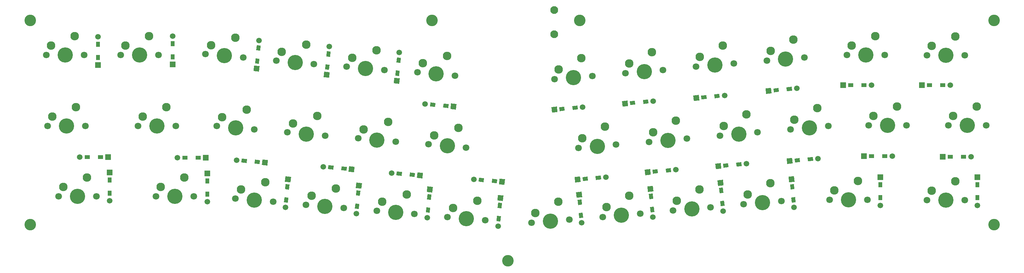
<source format=gbs>
%TF.GenerationSoftware,KiCad,Pcbnew,(5.1.6-0-10_14)*%
%TF.CreationDate,2020-08-12T22:04:00+09:00*%
%TF.ProjectId,cool836,636f6f6c-3833-4362-9e6b-696361645f70,rev?*%
%TF.SameCoordinates,Original*%
%TF.FileFunction,Soldermask,Bot*%
%TF.FilePolarity,Negative*%
%FSLAX46Y46*%
G04 Gerber Fmt 4.6, Leading zero omitted, Abs format (unit mm)*
G04 Created by KiCad (PCBNEW (5.1.6-0-10_14)) date 2020-08-12 22:04:00*
%MOMM*%
%LPD*%
G01*
G04 APERTURE LIST*
%ADD10C,3.100000*%
%ADD11C,1.800000*%
%ADD12C,4.100000*%
%ADD13C,2.300000*%
%ADD14C,1.497000*%
%ADD15R,1.497000X1.497000*%
%ADD16R,1.050000X1.400000*%
%ADD17C,0.100000*%
%ADD18R,1.400000X1.050000*%
%ADD19C,2.100000*%
G04 APERTURE END LIST*
D10*
%TO.C,REF\u002A\u002A*%
X179400000Y35250000D03*
%TD*%
%TO.C,REF\u002A\u002A*%
X51000000Y45000000D03*
%TD*%
%TO.C,REF\u002A\u002A*%
X51000000Y100000000D03*
%TD*%
%TO.C,REF\u002A\u002A*%
X159000000Y100000000D03*
%TD*%
%TO.C,REF\u002A\u002A*%
X198725000Y100000000D03*
%TD*%
%TO.C,REF\u002A\u002A*%
X310000000Y45000000D03*
%TD*%
%TO.C,REF\u002A\u002A*%
X310000000Y100000000D03*
%TD*%
D11*
%TO.C,SW1*%
X65480000Y90700000D03*
X55320000Y90700000D03*
D12*
X60400000Y90700000D03*
D13*
X56590000Y93240000D03*
X62940000Y95780000D03*
%TD*%
%TO.C,SW7*%
X63340000Y76680000D03*
X56990000Y74140000D03*
D12*
X60800000Y71600000D03*
D11*
X55720000Y71600000D03*
X65880000Y71600000D03*
%TD*%
D14*
%TO.C,D1*%
X69200000Y95635000D03*
D15*
X69200000Y88015000D03*
D16*
X69200000Y90050000D03*
X69200000Y93600000D03*
%TD*%
D14*
%TO.C,D2*%
X89275000Y95785000D03*
D15*
X89275000Y88165000D03*
D16*
X89275000Y90200000D03*
X89275000Y93750000D03*
%TD*%
D14*
%TO.C,D3*%
X112507063Y94620502D03*
D17*
G36*
X112523353Y86218610D02*
G01*
X111032049Y86349082D01*
X111162521Y87840386D01*
X112653825Y87709914D01*
X112523353Y86218610D01*
G37*
G36*
X112482292Y88313661D02*
G01*
X111436288Y88405174D01*
X111558306Y89799847D01*
X112604310Y89708334D01*
X112482292Y88313661D01*
G37*
G36*
X112791694Y91850153D02*
G01*
X111745690Y91941666D01*
X111867708Y93336339D01*
X112913712Y93244826D01*
X112791694Y91850153D01*
G37*
%TD*%
D14*
%TO.C,D4*%
X131332063Y92995502D03*
D17*
G36*
X131348353Y84593610D02*
G01*
X129857049Y84724082D01*
X129987521Y86215386D01*
X131478825Y86084914D01*
X131348353Y84593610D01*
G37*
G36*
X131307292Y86688661D02*
G01*
X130261288Y86780174D01*
X130383306Y88174847D01*
X131429310Y88083334D01*
X131307292Y86688661D01*
G37*
G36*
X131616694Y90225153D02*
G01*
X130570690Y90316666D01*
X130692708Y91711339D01*
X131738712Y91619826D01*
X131616694Y90225153D01*
G37*
%TD*%
D14*
%TO.C,D5*%
X150182063Y91345502D03*
D17*
G36*
X150198353Y82943610D02*
G01*
X148707049Y83074082D01*
X148837521Y84565386D01*
X150328825Y84434914D01*
X150198353Y82943610D01*
G37*
G36*
X150157292Y85038661D02*
G01*
X149111288Y85130174D01*
X149233306Y86524847D01*
X150279310Y86433334D01*
X150157292Y85038661D01*
G37*
G36*
X150466694Y88575153D02*
G01*
X149420690Y88666666D01*
X149542708Y90061339D01*
X150588712Y89969826D01*
X150466694Y88575153D01*
G37*
%TD*%
D14*
%TO.C,D6*%
X157154498Y77482063D03*
D17*
G36*
X165556390Y77498353D02*
G01*
X165425918Y76007049D01*
X163934614Y76137521D01*
X164065086Y77628825D01*
X165556390Y77498353D01*
G37*
G36*
X163461339Y77457292D02*
G01*
X163369826Y76411288D01*
X161975153Y76533306D01*
X162066666Y77579310D01*
X163461339Y77457292D01*
G37*
G36*
X159924847Y77766694D02*
G01*
X159833334Y76720690D01*
X158438661Y76842708D01*
X158530174Y77888712D01*
X159924847Y77766694D01*
G37*
%TD*%
D18*
%TO.C,D7*%
X66325000Y63200000D03*
X69875000Y63200000D03*
D15*
X71910000Y63200000D03*
D14*
X64290000Y63200000D03*
%TD*%
D18*
%TO.C,D8*%
X92600000Y63025000D03*
X96150000Y63025000D03*
D15*
X98185000Y63025000D03*
D14*
X90565000Y63025000D03*
%TD*%
D17*
%TO.C,D9*%
G36*
X109249847Y62666694D02*
G01*
X109158334Y61620690D01*
X107763661Y61742708D01*
X107855174Y62788712D01*
X109249847Y62666694D01*
G37*
G36*
X112786339Y62357292D02*
G01*
X112694826Y61311288D01*
X111300153Y61433306D01*
X111391666Y62479310D01*
X112786339Y62357292D01*
G37*
G36*
X114881390Y62398353D02*
G01*
X114750918Y60907049D01*
X113259614Y61037521D01*
X113390086Y62528825D01*
X114881390Y62398353D01*
G37*
D14*
X106479498Y62382063D03*
%TD*%
D17*
%TO.C,D10*%
G36*
X132549847Y60866694D02*
G01*
X132458334Y59820690D01*
X131063661Y59942708D01*
X131155174Y60988712D01*
X132549847Y60866694D01*
G37*
G36*
X136086339Y60557292D02*
G01*
X135994826Y59511288D01*
X134600153Y59633306D01*
X134691666Y60679310D01*
X136086339Y60557292D01*
G37*
G36*
X138181390Y60598353D02*
G01*
X138050918Y59107049D01*
X136559614Y59237521D01*
X136690086Y60728825D01*
X138181390Y60598353D01*
G37*
D14*
X129779498Y60582063D03*
%TD*%
D17*
%TO.C,D11*%
G36*
X150899847Y59191694D02*
G01*
X150808334Y58145690D01*
X149413661Y58267708D01*
X149505174Y59313712D01*
X150899847Y59191694D01*
G37*
G36*
X154436339Y58882292D02*
G01*
X154344826Y57836288D01*
X152950153Y57958306D01*
X153041666Y59004310D01*
X154436339Y58882292D01*
G37*
G36*
X156531390Y58923353D02*
G01*
X156400918Y57432049D01*
X154909614Y57562521D01*
X155040086Y59053825D01*
X156531390Y58923353D01*
G37*
D14*
X148129498Y58907063D03*
%TD*%
%TO.C,D12*%
X170204498Y57207063D03*
D17*
G36*
X178606390Y57223353D02*
G01*
X178475918Y55732049D01*
X176984614Y55862521D01*
X177115086Y57353825D01*
X178606390Y57223353D01*
G37*
G36*
X176511339Y57182292D02*
G01*
X176419826Y56136288D01*
X175025153Y56258306D01*
X175116666Y57304310D01*
X176511339Y57182292D01*
G37*
G36*
X172974847Y57491694D02*
G01*
X172883334Y56445690D01*
X171488661Y56567708D01*
X171580174Y57613712D01*
X172974847Y57491694D01*
G37*
%TD*%
D14*
%TO.C,D13*%
X72325000Y51440000D03*
D15*
X72325000Y59060000D03*
D16*
X72325000Y57025000D03*
X72325000Y53475000D03*
%TD*%
D14*
%TO.C,D14*%
X98575000Y51140000D03*
D15*
X98575000Y58760000D03*
D16*
X98575000Y56725000D03*
X98575000Y53175000D03*
%TD*%
D14*
%TO.C,D15*%
X119617937Y49604498D03*
D17*
G36*
X119601647Y58006390D02*
G01*
X121092951Y57875918D01*
X120962479Y56384614D01*
X119471175Y56515086D01*
X119601647Y58006390D01*
G37*
G36*
X119642708Y55911339D02*
G01*
X120688712Y55819826D01*
X120566694Y54425153D01*
X119520690Y54516666D01*
X119642708Y55911339D01*
G37*
G36*
X119333306Y52374847D02*
G01*
X120379310Y52283334D01*
X120257292Y50888661D01*
X119211288Y50980174D01*
X119333306Y52374847D01*
G37*
%TD*%
D14*
%TO.C,D16*%
X138667937Y47929498D03*
D17*
G36*
X138651647Y56331390D02*
G01*
X140142951Y56200918D01*
X140012479Y54709614D01*
X138521175Y54840086D01*
X138651647Y56331390D01*
G37*
G36*
X138692708Y54236339D02*
G01*
X139738712Y54144826D01*
X139616694Y52750153D01*
X138570690Y52841666D01*
X138692708Y54236339D01*
G37*
G36*
X138383306Y50699847D02*
G01*
X139429310Y50608334D01*
X139307292Y49213661D01*
X138261288Y49305174D01*
X138383306Y50699847D01*
G37*
%TD*%
D14*
%TO.C,D17*%
X157742937Y46879498D03*
D17*
G36*
X157726647Y55281390D02*
G01*
X159217951Y55150918D01*
X159087479Y53659614D01*
X157596175Y53790086D01*
X157726647Y55281390D01*
G37*
G36*
X157767708Y53186339D02*
G01*
X158813712Y53094826D01*
X158691694Y51700153D01*
X157645690Y51791666D01*
X157767708Y53186339D01*
G37*
G36*
X157458306Y49649847D02*
G01*
X158504310Y49558334D01*
X158382292Y48163661D01*
X157336288Y48255174D01*
X157458306Y49649847D01*
G37*
%TD*%
%TO.C,D18*%
G36*
X176433306Y47349847D02*
G01*
X177479310Y47258334D01*
X177357292Y45863661D01*
X176311288Y45955174D01*
X176433306Y47349847D01*
G37*
G36*
X176742708Y50886339D02*
G01*
X177788712Y50794826D01*
X177666694Y49400153D01*
X176620690Y49491666D01*
X176742708Y50886339D01*
G37*
G36*
X176701647Y52981390D02*
G01*
X178192951Y52850918D01*
X178062479Y51359614D01*
X176571175Y51490086D01*
X176701647Y52981390D01*
G37*
D14*
X176717937Y44579498D03*
%TD*%
D17*
%TO.C,D19*%
G36*
X196784912Y75900391D02*
G01*
X196693399Y76946395D01*
X198088072Y77068413D01*
X198179585Y76022409D01*
X196784912Y75900391D01*
G37*
G36*
X193248420Y75590989D02*
G01*
X193156907Y76636993D01*
X194551580Y76759011D01*
X194643093Y75713007D01*
X193248420Y75590989D01*
G37*
G36*
X191192328Y75186750D02*
G01*
X191061856Y76678054D01*
X192553160Y76808526D01*
X192683632Y75317222D01*
X191192328Y75186750D01*
G37*
D14*
X199463748Y76661764D03*
%TD*%
D17*
%TO.C,D20*%
G36*
X215766666Y77520690D02*
G01*
X215675153Y78566694D01*
X217069826Y78688712D01*
X217161339Y77642708D01*
X215766666Y77520690D01*
G37*
G36*
X212230174Y77211288D02*
G01*
X212138661Y78257292D01*
X213533334Y78379310D01*
X213624847Y77333306D01*
X212230174Y77211288D01*
G37*
G36*
X210174082Y76807049D02*
G01*
X210043610Y78298353D01*
X211534914Y78428825D01*
X211665386Y76937521D01*
X210174082Y76807049D01*
G37*
D14*
X218445502Y78282063D03*
%TD*%
D17*
%TO.C,D21*%
G36*
X234916666Y79045690D02*
G01*
X234825153Y80091694D01*
X236219826Y80213712D01*
X236311339Y79167708D01*
X234916666Y79045690D01*
G37*
G36*
X231380174Y78736288D02*
G01*
X231288661Y79782292D01*
X232683334Y79904310D01*
X232774847Y78858306D01*
X231380174Y78736288D01*
G37*
G36*
X229324082Y78332049D02*
G01*
X229193610Y79823353D01*
X230684914Y79953825D01*
X230815386Y78462521D01*
X229324082Y78332049D01*
G37*
D14*
X237595502Y79807063D03*
%TD*%
D17*
%TO.C,D22*%
G36*
X254341666Y80945690D02*
G01*
X254250153Y81991694D01*
X255644826Y82113712D01*
X255736339Y81067708D01*
X254341666Y80945690D01*
G37*
G36*
X250805174Y80636288D02*
G01*
X250713661Y81682292D01*
X252108334Y81804310D01*
X252199847Y80758306D01*
X250805174Y80636288D01*
G37*
G36*
X248749082Y80232049D02*
G01*
X248618610Y81723353D01*
X250109914Y81853825D01*
X250240386Y80362521D01*
X248749082Y80232049D01*
G37*
D14*
X257020502Y81707063D03*
%TD*%
D18*
%TO.C,D23*%
X275075000Y82550000D03*
X271525000Y82550000D03*
D15*
X269490000Y82550000D03*
D14*
X277110000Y82550000D03*
%TD*%
%TO.C,D24*%
X298260000Y82550000D03*
D15*
X290640000Y82550000D03*
D18*
X292675000Y82550000D03*
X296225000Y82550000D03*
%TD*%
D14*
%TO.C,D25*%
X205720502Y57807063D03*
D17*
G36*
X197449082Y56332049D02*
G01*
X197318610Y57823353D01*
X198809914Y57953825D01*
X198940386Y56462521D01*
X197449082Y56332049D01*
G37*
G36*
X199505174Y56736288D02*
G01*
X199413661Y57782292D01*
X200808334Y57904310D01*
X200899847Y56858306D01*
X199505174Y56736288D01*
G37*
G36*
X203041666Y57045690D02*
G01*
X202950153Y58091694D01*
X204344826Y58213712D01*
X204436339Y57167708D01*
X203041666Y57045690D01*
G37*
%TD*%
D14*
%TO.C,D26*%
X224538748Y59786764D03*
D17*
G36*
X216267328Y58311750D02*
G01*
X216136856Y59803054D01*
X217628160Y59933526D01*
X217758632Y58442222D01*
X216267328Y58311750D01*
G37*
G36*
X218323420Y58715989D02*
G01*
X218231907Y59761993D01*
X219626580Y59884011D01*
X219718093Y58838007D01*
X218323420Y58715989D01*
G37*
G36*
X221859912Y59025391D02*
G01*
X221768399Y60071395D01*
X223163072Y60193413D01*
X223254585Y59147409D01*
X221859912Y59025391D01*
G37*
%TD*%
D14*
%TO.C,D27*%
X243488748Y61411764D03*
D17*
G36*
X235217328Y59936750D02*
G01*
X235086856Y61428054D01*
X236578160Y61558526D01*
X236708632Y60067222D01*
X235217328Y59936750D01*
G37*
G36*
X237273420Y60340989D02*
G01*
X237181907Y61386993D01*
X238576580Y61509011D01*
X238668093Y60463007D01*
X237273420Y60340989D01*
G37*
G36*
X240809912Y60650391D02*
G01*
X240718399Y61696395D01*
X242113072Y61818413D01*
X242204585Y60772409D01*
X240809912Y60650391D01*
G37*
%TD*%
D14*
%TO.C,D28*%
X262695502Y62807063D03*
D17*
G36*
X254424082Y61332049D02*
G01*
X254293610Y62823353D01*
X255784914Y62953825D01*
X255915386Y61462521D01*
X254424082Y61332049D01*
G37*
G36*
X256480174Y61736288D02*
G01*
X256388661Y62782292D01*
X257783334Y62904310D01*
X257874847Y61858306D01*
X256480174Y61736288D01*
G37*
G36*
X260016666Y62045690D02*
G01*
X259925153Y63091694D01*
X261319826Y63213712D01*
X261411339Y62167708D01*
X260016666Y62045690D01*
G37*
%TD*%
D14*
%TO.C,D29*%
X282660000Y63475000D03*
D15*
X275040000Y63475000D03*
D18*
X277075000Y63475000D03*
X280625000Y63475000D03*
%TD*%
%TO.C,D30*%
X301800000Y63250000D03*
X298250000Y63250000D03*
D15*
X296215000Y63250000D03*
D14*
X303835000Y63250000D03*
%TD*%
D17*
%TO.C,D31*%
G36*
X198420690Y48133334D02*
G01*
X199466694Y48224847D01*
X199588712Y46830174D01*
X198542708Y46738661D01*
X198420690Y48133334D01*
G37*
G36*
X198111288Y51669826D02*
G01*
X199157292Y51761339D01*
X199279310Y50366666D01*
X198233306Y50275153D01*
X198111288Y51669826D01*
G37*
G36*
X197707049Y53725918D02*
G01*
X199198353Y53856390D01*
X199328825Y52365086D01*
X197837521Y52234614D01*
X197707049Y53725918D01*
G37*
D14*
X199182063Y45454498D03*
%TD*%
D17*
%TO.C,D32*%
G36*
X217575391Y49715088D02*
G01*
X218621395Y49806601D01*
X218743413Y48411928D01*
X217697409Y48320415D01*
X217575391Y49715088D01*
G37*
G36*
X217265989Y53251580D02*
G01*
X218311993Y53343093D01*
X218434011Y51948420D01*
X217388007Y51856907D01*
X217265989Y53251580D01*
G37*
G36*
X216861750Y55307672D02*
G01*
X218353054Y55438144D01*
X218483526Y53946840D01*
X216992222Y53816368D01*
X216861750Y55307672D01*
G37*
D14*
X218336764Y47036252D03*
%TD*%
D17*
%TO.C,D33*%
G36*
X236420690Y51333334D02*
G01*
X237466694Y51424847D01*
X237588712Y50030174D01*
X236542708Y49938661D01*
X236420690Y51333334D01*
G37*
G36*
X236111288Y54869826D02*
G01*
X237157292Y54961339D01*
X237279310Y53566666D01*
X236233306Y53475153D01*
X236111288Y54869826D01*
G37*
G36*
X235707049Y56925918D02*
G01*
X237198353Y57056390D01*
X237328825Y55565086D01*
X235837521Y55434614D01*
X235707049Y56925918D01*
G37*
D14*
X237182063Y48654498D03*
%TD*%
D17*
%TO.C,D34*%
G36*
X255520690Y52308334D02*
G01*
X256566694Y52399847D01*
X256688712Y51005174D01*
X255642708Y50913661D01*
X255520690Y52308334D01*
G37*
G36*
X255211288Y55844826D02*
G01*
X256257292Y55936339D01*
X256379310Y54541666D01*
X255333306Y54450153D01*
X255211288Y55844826D01*
G37*
G36*
X254807049Y57900918D02*
G01*
X256298353Y58031390D01*
X256428825Y56540086D01*
X254937521Y56409614D01*
X254807049Y57900918D01*
G37*
D14*
X256282063Y49629498D03*
%TD*%
D16*
%TO.C,D35*%
X279450000Y52225000D03*
X279450000Y55775000D03*
D15*
X279450000Y57810000D03*
D14*
X279450000Y50190000D03*
%TD*%
D16*
%TO.C,D36*%
X305575000Y52225000D03*
X305575000Y55775000D03*
D15*
X305575000Y57810000D03*
D14*
X305575000Y50190000D03*
%TD*%
D11*
%TO.C,SW2*%
X85480000Y90700000D03*
X75320000Y90700000D03*
D12*
X80400000Y90700000D03*
D13*
X76590000Y93240000D03*
X82940000Y95780000D03*
%TD*%
D11*
%TO.C,SW3*%
X108260669Y90057249D03*
X98139331Y90942751D03*
D12*
X103200000Y90500000D03*
D13*
X99625874Y93362398D03*
X106173086Y95339293D03*
%TD*%
D11*
%TO.C,SW4*%
X127260669Y88257249D03*
X117139331Y89142751D03*
D12*
X122200000Y88700000D03*
D13*
X118625874Y91562398D03*
X125173086Y93539293D03*
%TD*%
D11*
%TO.C,SW5*%
X146160669Y86657249D03*
X136039331Y87542751D03*
D12*
X141100000Y87100000D03*
D13*
X137525874Y89962398D03*
X144073086Y91939293D03*
%TD*%
D11*
%TO.C,SW6*%
X165160669Y85157249D03*
X155039331Y86042751D03*
D12*
X160100000Y85600000D03*
D13*
X156525874Y88462398D03*
X163073086Y90439293D03*
%TD*%
%TO.C,SW8*%
X87640000Y76680000D03*
X81290000Y74140000D03*
D12*
X85100000Y71600000D03*
D11*
X80020000Y71600000D03*
X90180000Y71600000D03*
%TD*%
D13*
%TO.C,SW9*%
X109173086Y75939293D03*
X102625874Y73962398D03*
D12*
X106200000Y71100000D03*
D11*
X101139331Y71542751D03*
X111260669Y70657249D03*
%TD*%
D13*
%TO.C,SW10*%
X128173086Y74239293D03*
X121625874Y72262398D03*
D12*
X125200000Y69400000D03*
D11*
X120139331Y69842751D03*
X130260669Y68957249D03*
%TD*%
D13*
%TO.C,SW11*%
X147173086Y72639293D03*
X140625874Y70662398D03*
D12*
X144200000Y67800000D03*
D11*
X139139331Y68242751D03*
X149260669Y67357249D03*
%TD*%
D13*
%TO.C,SW12*%
X166073086Y71039293D03*
X159525874Y69062398D03*
D12*
X163100000Y66200000D03*
D11*
X158039331Y66642751D03*
X168160669Y65757249D03*
%TD*%
%TO.C,SW13*%
X68780000Y52600000D03*
X58620000Y52600000D03*
D12*
X63700000Y52600000D03*
D13*
X59890000Y55140000D03*
X66240000Y57680000D03*
%TD*%
D11*
%TO.C,SW14*%
X94980000Y52600000D03*
X84820000Y52600000D03*
D12*
X89900000Y52600000D03*
D13*
X86090000Y55140000D03*
X92440000Y57680000D03*
%TD*%
D11*
%TO.C,SW15*%
X116260669Y51157249D03*
X106139331Y52042751D03*
D12*
X111200000Y51600000D03*
D13*
X107625874Y54462398D03*
X114173086Y56439293D03*
%TD*%
D11*
%TO.C,SW16*%
X135260669Y49457249D03*
X125139331Y50342751D03*
D12*
X130200000Y49900000D03*
D13*
X126625874Y52762398D03*
X133173086Y54739293D03*
%TD*%
D11*
%TO.C,SW17*%
X154260669Y47857249D03*
X144139331Y48742751D03*
D12*
X149200000Y48300000D03*
D13*
X145625874Y51162398D03*
X152173086Y53139293D03*
%TD*%
D11*
%TO.C,SW18*%
X173260669Y46157249D03*
X163139331Y47042751D03*
D12*
X168200000Y46600000D03*
D13*
X164625874Y49462398D03*
X171173086Y51439293D03*
%TD*%
%TO.C,SW19*%
X199087583Y89882045D03*
X192983123Y86798271D03*
D12*
X197000000Y84600000D03*
D11*
X191939331Y84157249D03*
X202060669Y85042751D03*
%TD*%
D13*
%TO.C,SW20*%
X218087583Y91482045D03*
X211983123Y88398271D03*
D12*
X216000000Y86200000D03*
D11*
X210939331Y85757249D03*
X221060669Y86642751D03*
%TD*%
D13*
%TO.C,SW21*%
X237087583Y93282045D03*
X230983123Y90198271D03*
D12*
X235000000Y88000000D03*
D11*
X229939331Y87557249D03*
X240060669Y88442751D03*
%TD*%
D13*
%TO.C,SW22*%
X256087583Y94882045D03*
X249983123Y91798271D03*
D12*
X254000000Y89600000D03*
D11*
X248939331Y89157249D03*
X259060669Y90042751D03*
%TD*%
D13*
%TO.C,SW23*%
X278140000Y95780000D03*
X271790000Y93240000D03*
D12*
X275600000Y90700000D03*
D11*
X270520000Y90700000D03*
X280680000Y90700000D03*
%TD*%
D13*
%TO.C,SW24*%
X299640000Y95680000D03*
X293290000Y93140000D03*
D12*
X297100000Y90600000D03*
D11*
X292020000Y90600000D03*
X302180000Y90600000D03*
%TD*%
%TO.C,SW25*%
X208460669Y66542751D03*
X198339331Y65657249D03*
D12*
X203400000Y66100000D03*
D13*
X199383123Y68298271D03*
X205487583Y71382045D03*
%TD*%
D11*
%TO.C,SW26*%
X227460669Y68142751D03*
X217339331Y67257249D03*
D12*
X222400000Y67700000D03*
D13*
X218383123Y69898271D03*
X224487583Y72982045D03*
%TD*%
D11*
%TO.C,SW27*%
X246460669Y69842751D03*
X236339331Y68957249D03*
D12*
X241400000Y69400000D03*
D13*
X237383123Y71598271D03*
X243487583Y74682045D03*
%TD*%
D11*
%TO.C,SW28*%
X265460669Y71542751D03*
X255339331Y70657249D03*
D12*
X260400000Y71100000D03*
D13*
X256383123Y73298271D03*
X262487583Y76382045D03*
%TD*%
D11*
%TO.C,SW29*%
X286480000Y71700000D03*
X276320000Y71700000D03*
D12*
X281400000Y71700000D03*
D13*
X277590000Y74240000D03*
X283940000Y76780000D03*
%TD*%
D11*
%TO.C,SW30*%
X307880000Y71700000D03*
X297720000Y71700000D03*
D12*
X302800000Y71700000D03*
D13*
X298990000Y74240000D03*
X305340000Y76780000D03*
%TD*%
%TO.C,SW31*%
X192887583Y51182045D03*
X186783123Y48098271D03*
D12*
X190800000Y45900000D03*
D11*
X185739331Y45457249D03*
X195860669Y46342751D03*
%TD*%
D13*
%TO.C,SW32*%
X211987583Y52782045D03*
X205883123Y49698271D03*
D12*
X209900000Y47500000D03*
D11*
X204839331Y47057249D03*
X214960669Y47942751D03*
%TD*%
D13*
%TO.C,SW33*%
X230887583Y54482045D03*
X224783123Y51398271D03*
D12*
X228800000Y49200000D03*
D11*
X223739331Y48757249D03*
X233860669Y49642751D03*
%TD*%
D13*
%TO.C,SW34*%
X249887583Y56182045D03*
X243783123Y53098271D03*
D12*
X247800000Y50900000D03*
D11*
X242739331Y50457249D03*
X252860669Y51342751D03*
%TD*%
D13*
%TO.C,SW35*%
X273440000Y56780000D03*
X267090000Y54240000D03*
D12*
X270900000Y51700000D03*
D11*
X265820000Y51700000D03*
X275980000Y51700000D03*
%TD*%
D13*
%TO.C,SW36*%
X299640000Y56680000D03*
X293290000Y54140000D03*
D12*
X297100000Y51600000D03*
D11*
X292020000Y51600000D03*
X302180000Y51600000D03*
%TD*%
D19*
%TO.C,SW37*%
X191825000Y96275000D03*
X191825000Y102775000D03*
%TD*%
M02*

</source>
